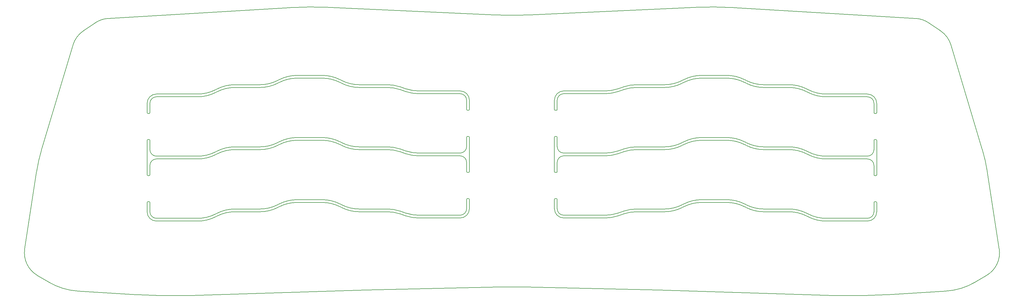
<source format=gm1>
%TF.GenerationSoftware,KiCad,Pcbnew,(6.0.7)*%
%TF.CreationDate,2022-09-18T01:02:23+03:00*%
%TF.ProjectId,teethless40_csl_pcb_schema,74656574-686c-4657-9373-34305f63736c,rev?*%
%TF.SameCoordinates,Original*%
%TF.FileFunction,Profile,NP*%
%FSLAX46Y46*%
G04 Gerber Fmt 4.6, Leading zero omitted, Abs format (unit mm)*
G04 Created by KiCad (PCBNEW (6.0.7)) date 2022-09-18 01:02:23*
%MOMM*%
%LPD*%
G01*
G04 APERTURE LIST*
%TA.AperFunction,Profile*%
%ADD10C,0.200000*%
%TD*%
G04 APERTURE END LIST*
D10*
X190738019Y-82660342D02*
G75*
G03*
X194571973Y-82031400I81J11999642D01*
G01*
X51381587Y-67412849D02*
X51381587Y-67812848D01*
X51381587Y-78762849D02*
X51381587Y-81612849D01*
X53381587Y-64562849D02*
X66019674Y-64562849D01*
X127896982Y-43284283D02*
G75*
G03*
X124063021Y-42655349I-3833982J-11371517D01*
G01*
X252410455Y-82046978D02*
G75*
G03*
X246994674Y-80755349I-5415755J-10708222D01*
G01*
X233360453Y-41939472D02*
X233902722Y-42213726D01*
X293421184Y-26169620D02*
X289794777Y-23705522D01*
X71435458Y-44221223D02*
X71977717Y-43946975D01*
X71977717Y-44796975D02*
X71435457Y-45071223D01*
X178056587Y-64460287D02*
G75*
G03*
X176056587Y-66460349I13J-2000013D01*
G01*
X77393501Y-81605366D02*
G75*
G03*
X71977719Y-82896974I-1J-12000134D01*
G01*
X273006587Y-62562849D02*
X273006587Y-62162849D01*
X110077718Y-61263724D02*
X109535457Y-60989474D01*
X175206651Y-50260349D02*
G75*
G03*
X175456587Y-50510349I249949J-51D01*
G01*
X124063020Y-80755349D02*
X115493501Y-80755349D01*
X148331551Y-47410349D02*
G75*
G03*
X146331587Y-45410349I-1999951J49D01*
G01*
X175206650Y-69310350D02*
G75*
G03*
X175456587Y-69560350I249950J-50D01*
G01*
X50781587Y-78512787D02*
G75*
G03*
X50531587Y-78762849I13J-250013D01*
G01*
X233902725Y-60413710D02*
G75*
G03*
X239318501Y-61705349I5415775J10708210D01*
G01*
X190738020Y-44560347D02*
G75*
G03*
X194571976Y-43931399I80J11999547D01*
G01*
X129816195Y-82031408D02*
G75*
G03*
X133650154Y-82660349I3834005J11371508D01*
G01*
X18233158Y-62557468D02*
G75*
G03*
X16715863Y-69283165I47899342J-14339932D01*
G01*
X156678279Y-21260037D02*
X106640806Y-18950615D01*
X115493501Y-61705349D02*
X124063020Y-61705349D01*
X239318501Y-80755349D02*
X246994674Y-80755349D01*
X178056587Y-82660349D02*
X190738019Y-82660349D01*
X252410455Y-44796978D02*
G75*
G03*
X246994673Y-43505349I-5415755J-10708222D01*
G01*
X220268501Y-40647849D02*
X227944673Y-40647849D01*
X110077718Y-42213724D02*
X109535456Y-41939474D01*
X214310455Y-60413724D02*
X214852717Y-60139474D01*
X273256587Y-59462787D02*
G75*
G03*
X273006587Y-59712850I13J-250013D01*
G01*
X96443500Y-59697865D02*
G75*
G03*
X91027717Y-60989474I0J-12000135D01*
G01*
X233902724Y-79463709D02*
G75*
G03*
X239318501Y-80755349I5415776J10708209D01*
G01*
X149181650Y-58760350D02*
G75*
G03*
X148931587Y-58510350I-250050J-50D01*
G01*
X127896971Y-81384313D02*
G75*
G03*
X124063020Y-80755349I-3834071J-11371487D01*
G01*
X127896975Y-62334298D02*
X129816200Y-62981400D01*
X91027716Y-41939475D02*
X90485458Y-42213723D01*
X148331587Y-47410349D02*
X148331587Y-50260348D01*
X214852717Y-80039475D02*
X214310457Y-80313723D01*
X110077725Y-61263710D02*
G75*
G03*
X115493501Y-62555349I5415775J10708210D01*
G01*
X220268501Y-39797855D02*
G75*
G03*
X214852717Y-41089475I-1J-12000045D01*
G01*
X233360455Y-79189478D02*
G75*
G03*
X227944673Y-77897849I-5415755J-10708222D01*
G01*
X51381587Y-62562849D02*
X51381587Y-62162848D01*
X175206587Y-80660349D02*
X175206587Y-77810348D01*
X96443501Y-78747849D02*
X104119673Y-78747849D01*
X233360457Y-79189475D02*
X233902717Y-79463723D01*
X273006587Y-67812849D02*
X273006587Y-67412849D01*
X127896979Y-62334287D02*
G75*
G03*
X124063020Y-61705349I-3833979J-11371413D01*
G01*
X220268501Y-77897855D02*
G75*
G03*
X214852717Y-79189475I-1J-12000045D01*
G01*
X31000515Y-26169619D02*
G75*
G03*
X27832751Y-30492209I4496135J-6616971D01*
G01*
X273856650Y-59712850D02*
G75*
G03*
X273606587Y-59462850I-250050J-50D01*
G01*
X71435456Y-83171224D02*
X71977719Y-82896974D01*
X208894673Y-81605349D02*
X200325153Y-81605349D01*
X233360451Y-41089476D02*
G75*
G03*
X227944673Y-39797849I-5415751J-10708224D01*
G01*
X115493501Y-42655349D02*
X124063021Y-42655349D01*
X50531651Y-70262849D02*
G75*
G03*
X50781587Y-70512849I249949J-51D01*
G01*
X110077724Y-79463709D02*
G75*
G03*
X115493501Y-80755349I5415776J10708209D01*
G01*
X306188539Y-62557469D02*
X296588949Y-30492209D01*
X96443501Y-77897855D02*
G75*
G03*
X91027717Y-79189475I-1J-12000045D01*
G01*
X53381587Y-45512849D02*
X66019674Y-45512849D01*
X273856587Y-78762850D02*
X273856587Y-81612849D01*
X233902729Y-41363712D02*
G75*
G03*
X239318501Y-42655349I5415771J10708212D01*
G01*
X258368500Y-64562849D02*
X271006587Y-64562849D01*
X149181651Y-47410349D02*
G75*
G03*
X146331587Y-44560349I-2850051J-51D01*
G01*
X273006587Y-78762850D02*
X273006587Y-81212849D01*
X217780894Y-18950615D02*
X167743422Y-21260037D01*
X175456587Y-77560348D02*
X175806587Y-77560348D01*
X252410457Y-82046974D02*
X252952719Y-82321224D01*
X63869050Y-107258904D02*
X117410850Y-105570386D01*
X252410457Y-44796975D02*
X252952717Y-45071223D01*
X148931587Y-69560287D02*
G75*
G03*
X149181587Y-69310348I13J249987D01*
G01*
X85069674Y-43505349D02*
X77393501Y-43505349D01*
X214310457Y-79463723D02*
X214852717Y-79189475D01*
X190738021Y-63610348D02*
G75*
G03*
X194571976Y-62981400I79J11999548D01*
G01*
X239318501Y-42655349D02*
X246994673Y-42655349D01*
X233360455Y-80039478D02*
G75*
G03*
X227944673Y-78747849I-5415755J-10708222D01*
G01*
X85069673Y-80755376D02*
G75*
G03*
X90485457Y-79463723I-73J12000076D01*
G01*
X208894673Y-80755376D02*
G75*
G03*
X214310457Y-79463723I-73J12000076D01*
G01*
X124063021Y-62555349D02*
X115493501Y-62555349D01*
X148331551Y-66460349D02*
G75*
G03*
X146331587Y-64460349I-1999951J49D01*
G01*
X220268501Y-78747855D02*
G75*
G03*
X214852717Y-80039475I-1J-12000045D01*
G01*
X252410457Y-43946975D02*
X252952717Y-44221223D01*
X109535455Y-60989478D02*
G75*
G03*
X104119674Y-59697849I-5415755J-10708222D01*
G01*
X233360457Y-60139474D02*
X233902718Y-60413724D01*
X77393501Y-62555354D02*
G75*
G03*
X71977717Y-63846974I-1J-12000046D01*
G01*
X175206587Y-50260349D02*
X175206587Y-47410349D01*
X233902725Y-61263710D02*
G75*
G03*
X239318501Y-62555349I5415775J10708210D01*
G01*
X252952724Y-45071209D02*
G75*
G03*
X258368501Y-46362849I5415776J10708209D01*
G01*
X220268500Y-59697865D02*
G75*
G03*
X214852717Y-60989474I0J-12000135D01*
G01*
X127896971Y-44134313D02*
G75*
G03*
X124063020Y-43505349I-3834071J-11371487D01*
G01*
X133650154Y-82660349D02*
X146331587Y-82660349D01*
X239318501Y-43505349D02*
X246994673Y-43505349D01*
X66019673Y-46362849D02*
X53381587Y-46362849D01*
X53381587Y-45512847D02*
G75*
G03*
X50531587Y-48362849I3J-2850003D01*
G01*
X273606587Y-70512787D02*
G75*
G03*
X273856587Y-70262848I13J249987D01*
G01*
X230461284Y-19036074D02*
G75*
G03*
X217780894Y-18950615I-7147784J-119787126D01*
G01*
X200325153Y-81605347D02*
G75*
G03*
X196491199Y-82234298I-53J-11999653D01*
G01*
X178056587Y-44560387D02*
G75*
G03*
X175206587Y-47410349I13J-2850013D01*
G01*
X51381651Y-62562849D02*
G75*
G03*
X53381587Y-64562849I1999949J-51D01*
G01*
X258368502Y-83612849D02*
X271006587Y-83612849D01*
X50781587Y-59462787D02*
G75*
G03*
X50531587Y-59712849I13J-250013D01*
G01*
X175456587Y-69560350D02*
X175806587Y-69560350D01*
X66019674Y-65412849D02*
X53381587Y-65412849D01*
X77393501Y-61705349D02*
X85069674Y-61705349D01*
X71977718Y-82046974D02*
X71435457Y-82321224D01*
X175456587Y-77560387D02*
G75*
G03*
X175206587Y-77810348I13J-250013D01*
G01*
X148581587Y-58510350D02*
X148931587Y-58510350D01*
X93960416Y-19036078D02*
X38646561Y-22336716D01*
X27832751Y-30492209D02*
X18233161Y-62557469D01*
X109535454Y-41939477D02*
G75*
G03*
X104119673Y-40647849I-5415754J-10708223D01*
G01*
X106640806Y-18950618D02*
G75*
G03*
X93960416Y-19036078I-5532606J-119871182D01*
G01*
X207010850Y-105570386D02*
X260552650Y-107258904D01*
X196491199Y-82234298D02*
X194571973Y-82881400D01*
X208894672Y-62555365D02*
G75*
G03*
X214310455Y-61263724I-72J12000165D01*
G01*
X175456587Y-50510349D02*
X175806587Y-50510349D01*
X146331587Y-83510349D02*
X133650154Y-83510349D01*
X246994672Y-62555349D02*
X239318501Y-62555349D01*
X273006587Y-48762849D02*
X273006587Y-51212848D01*
X51381651Y-81612849D02*
G75*
G03*
X53381587Y-83612849I1999949J-51D01*
G01*
X129816199Y-63831403D02*
G75*
G03*
X133650155Y-64460349I3834001J11371403D01*
G01*
X208894673Y-81605376D02*
G75*
G03*
X214310457Y-80313723I-73J12000076D01*
G01*
X29365483Y-105914709D02*
X47139302Y-107008483D01*
X149181587Y-58760350D02*
X149181587Y-69310348D01*
X148331552Y-69310348D02*
G75*
G03*
X148581587Y-69560348I250048J48D01*
G01*
X220268501Y-40647855D02*
G75*
G03*
X214852717Y-41939475I-1J-12000045D01*
G01*
X258368501Y-45512849D02*
X271006587Y-45512849D01*
X50531587Y-51212849D02*
X50531587Y-48362849D01*
X110077717Y-79463723D02*
X109535457Y-79189475D01*
X190738020Y-45410349D02*
X178056587Y-45410349D01*
X16715863Y-69283165D02*
X13064936Y-92977677D01*
X233902729Y-42213712D02*
G75*
G03*
X239318501Y-43505349I5415771J10708212D01*
G01*
X133650154Y-44560349D02*
X146331587Y-44560349D01*
X149181587Y-77810350D02*
X149181587Y-80660349D01*
X146331587Y-45410349D02*
X133650154Y-45410349D01*
X96443501Y-78747855D02*
G75*
G03*
X91027717Y-80039475I-1J-12000045D01*
G01*
X77393501Y-81605349D02*
X85069673Y-81605349D01*
X38646560Y-22336706D02*
G75*
G03*
X34626923Y-23705522I476540J-7985794D01*
G01*
X34626923Y-23705522D02*
X31000515Y-26169620D01*
X91027717Y-60989474D02*
X90485456Y-61263724D01*
X166227707Y-104660048D02*
X207010850Y-105570386D01*
X296588934Y-30492213D02*
G75*
G03*
X293421184Y-26169620I-7663934J-2294387D01*
G01*
X175806587Y-69560287D02*
G75*
G03*
X176056587Y-69310350I13J249987D01*
G01*
X77393501Y-61705355D02*
G75*
G03*
X71977717Y-62996975I-1J-12000045D01*
G01*
X194571976Y-43931399D02*
X196491198Y-43284299D01*
X110077724Y-80313709D02*
G75*
G03*
X115493501Y-81605349I5415776J10708209D01*
G01*
X91027717Y-79189475D02*
X90485457Y-79463723D01*
X53381587Y-65412847D02*
G75*
G03*
X51381587Y-67412849I3J-2000003D01*
G01*
X53381587Y-46362847D02*
G75*
G03*
X51381587Y-48362849I3J-2000003D01*
G01*
X200325154Y-43505343D02*
G75*
G03*
X196491198Y-44134299I-54J-11999557D01*
G01*
X271006587Y-83612887D02*
G75*
G03*
X273006587Y-81612849I13J1999987D01*
G01*
X129816195Y-43931408D02*
G75*
G03*
X133650154Y-44560349I3834005J11371508D01*
G01*
X96443501Y-58847866D02*
G75*
G03*
X91027716Y-60139475I-1J-12000134D01*
G01*
X85069673Y-62555366D02*
G75*
G03*
X90485456Y-61263724I-73J12000166D01*
G01*
X271006587Y-46362849D02*
X258368501Y-46362849D01*
X190738021Y-64460348D02*
G75*
G03*
X194571976Y-63831400I79J11999548D01*
G01*
X176056587Y-58760347D02*
X176056587Y-61210347D01*
X208894672Y-62555349D02*
X200325155Y-62555349D01*
X273256587Y-78512850D02*
X273606587Y-78512850D01*
X66019674Y-84462866D02*
G75*
G03*
X71435456Y-83171224I-74J12000166D01*
G01*
X51381551Y-59712849D02*
G75*
G03*
X51131587Y-59462849I-249951J49D01*
G01*
X148331552Y-50260348D02*
G75*
G03*
X148581587Y-50510348I250048J48D01*
G01*
X273256587Y-59462850D02*
X273606587Y-59462850D01*
X146331587Y-82660387D02*
G75*
G03*
X148331587Y-80660349I13J1999987D01*
G01*
X110077725Y-42213710D02*
G75*
G03*
X115493501Y-43505349I5415775J10708210D01*
G01*
X178056587Y-63610349D02*
X190738021Y-63610349D01*
X220268501Y-77897849D02*
X227944673Y-77897849D01*
X110077725Y-41363710D02*
G75*
G03*
X115493501Y-42655349I5415775J10708210D01*
G01*
X66019674Y-65412832D02*
G75*
G03*
X71435458Y-64121224I26J12000032D01*
G01*
X66019674Y-83612866D02*
G75*
G03*
X71435457Y-82321224I-74J12000166D01*
G01*
X194571973Y-82031400D02*
X196491199Y-81384298D01*
X227944674Y-59697849D02*
X220268500Y-59697849D01*
X273856650Y-78762850D02*
G75*
G03*
X273606587Y-78512850I-250050J-50D01*
G01*
X252952726Y-82321210D02*
G75*
G03*
X258368502Y-83612849I5415774J10708210D01*
G01*
X47139302Y-107008486D02*
G75*
G03*
X63869050Y-107258904I11055998J179661586D01*
G01*
X127896971Y-63184313D02*
G75*
G03*
X124063021Y-62555349I-3834071J-11371487D01*
G01*
X273606587Y-51462787D02*
G75*
G03*
X273856587Y-51212848I13J249987D01*
G01*
X271006587Y-84462849D02*
X258368502Y-84462849D01*
X66019674Y-64562877D02*
G75*
G03*
X71435458Y-63271223I-74J12000077D01*
G01*
X252952724Y-63271209D02*
G75*
G03*
X258368500Y-64562849I5415776J10708209D01*
G01*
X200325154Y-42655349D02*
X208894673Y-42655349D01*
X133650154Y-63610349D02*
X146331587Y-63610349D01*
X252952724Y-44221209D02*
G75*
G03*
X258368501Y-45512849I5415776J10708209D01*
G01*
X50531587Y-78762849D02*
X50531587Y-81612849D01*
X273256587Y-78512787D02*
G75*
G03*
X273006587Y-78762850I13J-250013D01*
G01*
X246994674Y-81605349D02*
X239318501Y-81605349D01*
X252952719Y-83171224D02*
X252410457Y-82896974D01*
X127896977Y-43284299D02*
X129816198Y-43931399D01*
X200325153Y-80755349D02*
X208894673Y-80755349D01*
X239318501Y-61705349D02*
X246994672Y-61705349D01*
X252410455Y-82896978D02*
G75*
G03*
X246994674Y-81605349I-5415755J-10708222D01*
G01*
X51131587Y-59462849D02*
X50781587Y-59462849D01*
X252410453Y-62996977D02*
G75*
G03*
X246994672Y-61705349I-5415753J-10708223D01*
G01*
X109535457Y-80039475D02*
X110077717Y-80313723D01*
X233902718Y-61263724D02*
X233360457Y-60989474D01*
X252410455Y-62996974D02*
X252952717Y-63271224D01*
X200325155Y-62555348D02*
G75*
G03*
X196491200Y-63184298I-55J-11999652D01*
G01*
X233902724Y-80313709D02*
G75*
G03*
X239318501Y-81605349I5415776J10708209D01*
G01*
X252952726Y-83171210D02*
G75*
G03*
X258368502Y-84462849I5415774J10708210D01*
G01*
X233360451Y-41939476D02*
G75*
G03*
X227944673Y-40647849I-5415751J-10708224D01*
G01*
X273006551Y-67412849D02*
G75*
G03*
X271006587Y-65412849I-1999951J49D01*
G01*
X104119674Y-59697849D02*
X96443500Y-59697849D01*
X307705839Y-69283166D02*
G75*
G03*
X306188539Y-62557469I-49417839J-7614534D01*
G01*
X176056587Y-66460349D02*
X176056587Y-66860350D01*
X85069674Y-42655366D02*
G75*
G03*
X90485459Y-41363723I-74J12000166D01*
G01*
X53381587Y-83612849D02*
X66019674Y-83612849D01*
X190738019Y-83510342D02*
G75*
G03*
X194571973Y-82881400I81J11999642D01*
G01*
X129816200Y-63831400D02*
X127896976Y-63184298D01*
X260552650Y-107258906D02*
G75*
G03*
X277282398Y-107008483I5673750J179908306D01*
G01*
X175806587Y-50510387D02*
G75*
G03*
X176056587Y-50260349I13J249987D01*
G01*
X85069674Y-61705377D02*
G75*
G03*
X90485458Y-60413723I-74J12000077D01*
G01*
X96443501Y-58847849D02*
X104119674Y-58847849D01*
X208894673Y-43505376D02*
G75*
G03*
X214310457Y-42213723I-73J12000076D01*
G01*
X77393501Y-80755366D02*
G75*
G03*
X71977718Y-82046974I-1J-12000134D01*
G01*
X194571976Y-62981400D02*
X196491200Y-62334298D01*
X104119673Y-40647849D02*
X96443501Y-40647849D01*
X51381587Y-67812848D02*
X51381587Y-70262849D01*
X66019674Y-45512877D02*
G75*
G03*
X71435458Y-44221223I-74J12000077D01*
G01*
X16888611Y-101075571D02*
X20386384Y-103151485D01*
X220268501Y-39797849D02*
X227944673Y-39797849D01*
X196491200Y-63184298D02*
X194571976Y-63831400D01*
X273256587Y-51462848D02*
X273606587Y-51462848D01*
X220268500Y-58847849D02*
X227944674Y-58847849D01*
X149181587Y-50260348D02*
X149181587Y-47410349D01*
X156678279Y-21260037D02*
G75*
G03*
X167743422Y-21260037I5532572J119873141D01*
G01*
X124063020Y-43505349D02*
X115493501Y-43505349D01*
X127896976Y-82234299D02*
X129816198Y-82881399D01*
X85069673Y-80755349D02*
X77393501Y-80755349D01*
X214852717Y-60989474D02*
X214310455Y-61263724D01*
X214310457Y-42213723D02*
X214852717Y-41939475D01*
X146331587Y-63610387D02*
G75*
G03*
X148331587Y-61610349I13J1999987D01*
G01*
X50531651Y-51212849D02*
G75*
G03*
X50781587Y-51462849I249949J-51D01*
G01*
X271006587Y-64562887D02*
G75*
G03*
X273006587Y-62562849I13J1999987D01*
G01*
X85069673Y-81605376D02*
G75*
G03*
X90485457Y-80313723I-73J12000076D01*
G01*
X200325155Y-61705348D02*
G75*
G03*
X196491200Y-62334298I-55J-11999652D01*
G01*
X13064932Y-92977676D02*
G75*
G03*
X16888611Y-101075571I7906698J-1218284D01*
G01*
X51381587Y-59712849D02*
X51381587Y-62162848D01*
X273256587Y-70512848D02*
X273606587Y-70512848D01*
X51131587Y-51462887D02*
G75*
G03*
X51381587Y-51212849I13J249987D01*
G01*
X176056587Y-66860350D02*
X176056587Y-69310350D01*
X51131587Y-51462849D02*
X50781587Y-51462849D01*
X178056587Y-44560349D02*
X190738020Y-44560349D01*
X304035314Y-103151486D02*
X307533089Y-101075571D01*
X90485459Y-41363723D02*
X91027717Y-41089475D01*
X109535455Y-60139478D02*
G75*
G03*
X104119674Y-58847849I-5415755J-10708222D01*
G01*
X273006552Y-51212848D02*
G75*
G03*
X273256587Y-51462848I250048J48D01*
G01*
X175206587Y-69310350D02*
X175206587Y-58760347D01*
X146331587Y-83510287D02*
G75*
G03*
X149181587Y-80660349I13J2849987D01*
G01*
X233360453Y-41089472D02*
X233902722Y-41363726D01*
X176056651Y-80660349D02*
G75*
G03*
X178056587Y-82660349I1999949J-51D01*
G01*
X200325153Y-80755347D02*
G75*
G03*
X196491199Y-81384298I-53J-11999653D01*
G01*
X252952717Y-64121224D02*
X252410455Y-63846974D01*
X66019674Y-84462849D02*
X53381587Y-84462849D01*
X220268500Y-58847865D02*
G75*
G03*
X214852717Y-60139474I0J-12000135D01*
G01*
X176056553Y-58760347D02*
G75*
G03*
X175806587Y-58510347I-249953J47D01*
G01*
X129816195Y-82881408D02*
G75*
G03*
X133650154Y-83510349I3834005J11371508D01*
G01*
X273006587Y-67812849D02*
X273006587Y-70262848D01*
X85069673Y-62555349D02*
X77393501Y-62555349D01*
X271006587Y-65412849D02*
X258368500Y-65412849D01*
X233902717Y-80313723D02*
X233360457Y-80039475D01*
X71435458Y-63271223D02*
X71977717Y-62996975D01*
X273006587Y-48362849D02*
X273006587Y-48762849D01*
X77393501Y-42655355D02*
G75*
G03*
X71977717Y-43946975I-1J-12000045D01*
G01*
X51131587Y-78512849D02*
X50781587Y-78512849D01*
X66019673Y-46362876D02*
G75*
G03*
X71435457Y-45071223I-73J12000076D01*
G01*
X273856587Y-59712850D02*
X273856587Y-70262848D01*
X176056552Y-77810348D02*
G75*
G03*
X175806587Y-77560348I-249952J48D01*
G01*
X77393501Y-43505355D02*
G75*
G03*
X71977717Y-44796975I-1J-12000045D01*
G01*
X252410455Y-43946978D02*
G75*
G03*
X246994673Y-42655349I-5415755J-10708222D01*
G01*
X295056218Y-105914729D02*
G75*
G03*
X304035314Y-103151486I-1228418J19962029D01*
G01*
X194571976Y-44781399D02*
X196491198Y-44134299D01*
X311356763Y-92977677D02*
X307705837Y-69283166D01*
X175456587Y-58510347D02*
X175806587Y-58510347D01*
X96443501Y-40647866D02*
G75*
G03*
X91027716Y-41939475I-1J-12000134D01*
G01*
X176056587Y-47810350D02*
X176056587Y-47410349D01*
X50531551Y-81612849D02*
G75*
G03*
X53381587Y-84462849I2850049J49D01*
G01*
X208894672Y-61705365D02*
G75*
G03*
X214310455Y-60413724I-72J12000165D01*
G01*
X51381587Y-48362849D02*
X51381587Y-51212849D01*
X85069674Y-43505377D02*
G75*
G03*
X90485458Y-42213723I-74J12000077D01*
G01*
X273856651Y-48362849D02*
G75*
G03*
X271006587Y-45512849I-2850051J-51D01*
G01*
X129816198Y-44781399D02*
X127896976Y-44134299D01*
X190738021Y-64460349D02*
X178056587Y-64460349D01*
X285775139Y-22336716D02*
X230461284Y-19036078D01*
X227944673Y-78747849D02*
X220268501Y-78747849D01*
X51381551Y-78762849D02*
G75*
G03*
X51131587Y-78512849I-249951J49D01*
G01*
X208894673Y-42655376D02*
G75*
G03*
X214310457Y-41363723I-73J12000076D01*
G01*
X146331587Y-64460349D02*
X133650155Y-64460349D01*
X148581587Y-58510287D02*
G75*
G03*
X148331587Y-58760350I13J-250013D01*
G01*
X20386386Y-103151482D02*
G75*
G03*
X29365483Y-105914709I10207554J17199032D01*
G01*
X176056587Y-77810348D02*
X176056587Y-80260350D01*
X90485458Y-60413723D02*
X91027716Y-60139475D01*
X127896971Y-82234313D02*
G75*
G03*
X124063020Y-81605349I-3834071J-11371487D01*
G01*
X129816198Y-82031399D02*
X127896976Y-81384299D01*
X109535455Y-79189478D02*
G75*
G03*
X104119673Y-77897849I-5415755J-10708222D01*
G01*
X129816199Y-62981403D02*
G75*
G03*
X133650154Y-63610349I3834001J11371403D01*
G01*
X214310457Y-41363723D02*
X214852717Y-41089475D01*
X129816195Y-44781408D02*
G75*
G03*
X133650154Y-45410349I3834005J11371508D01*
G01*
X271006587Y-84462787D02*
G75*
G03*
X273856587Y-81612849I13J2849987D01*
G01*
X307533100Y-101075589D02*
G75*
G03*
X311356763Y-92977677I-4083000J6879589D01*
G01*
X109535455Y-80039478D02*
G75*
G03*
X104119673Y-78747849I-5415755J-10708222D01*
G01*
X96443501Y-39797849D02*
X104119674Y-39797849D01*
X176056651Y-61610349D02*
G75*
G03*
X178056587Y-63610349I1999949J-51D01*
G01*
X190738019Y-83510349D02*
X178056587Y-83510349D01*
X200325154Y-42655343D02*
G75*
G03*
X196491198Y-43284299I-54J-11999557D01*
G01*
X273856587Y-48362849D02*
X273856587Y-51212848D01*
X175456587Y-58510387D02*
G75*
G03*
X175206587Y-58760347I13J-250013D01*
G01*
X148581587Y-50510348D02*
X148931587Y-50510348D01*
X51131587Y-70512849D02*
X50781587Y-70512849D01*
X115493501Y-81605349D02*
X124063020Y-81605349D01*
X273006552Y-70262848D02*
G75*
G03*
X273256587Y-70512848I250048J48D01*
G01*
X200325154Y-43505349D02*
X208894673Y-43505349D01*
X148331587Y-66860349D02*
X148331587Y-69310348D01*
X71977717Y-63846974D02*
X71435458Y-64121224D01*
X233360455Y-60989478D02*
G75*
G03*
X227944674Y-59697849I-5415755J-10708222D01*
G01*
X252952724Y-64121209D02*
G75*
G03*
X258368500Y-65412849I5415776J10708209D01*
G01*
X110077725Y-60413710D02*
G75*
G03*
X115493501Y-61705349I5415775J10708210D01*
G01*
X277282398Y-107008483D02*
X295056217Y-105914709D01*
X176056587Y-47810350D02*
X176056587Y-50260349D01*
X176056587Y-80660349D02*
X176056587Y-80260350D01*
X233360455Y-60139478D02*
G75*
G03*
X227944674Y-58847849I-5415755J-10708222D01*
G01*
X148581587Y-77560350D02*
X148931587Y-77560350D01*
X252410453Y-63846977D02*
G75*
G03*
X246994672Y-62555349I-5415753J-10708223D01*
G01*
X148331587Y-77810350D02*
X148331587Y-80660349D01*
X273006551Y-48362849D02*
G75*
G03*
X271006587Y-46362849I-1999951J49D01*
G01*
X109535455Y-41089478D02*
G75*
G03*
X104119674Y-39797849I-5415755J-10708222D01*
G01*
X289794780Y-23705518D02*
G75*
G03*
X285775139Y-22336716I-4496080J-6616782D01*
G01*
X51131587Y-70512887D02*
G75*
G03*
X51381587Y-70262849I13J249987D01*
G01*
X104119673Y-77897849D02*
X96443501Y-77897849D01*
X148581587Y-77560287D02*
G75*
G03*
X148331587Y-77810350I13J-250013D01*
G01*
X273006587Y-59712850D02*
X273006587Y-62162849D01*
X148931587Y-50510287D02*
G75*
G03*
X149181587Y-50260348I13J249987D01*
G01*
X176056587Y-61210347D02*
X176056587Y-61610349D01*
X148331587Y-58760350D02*
X148331587Y-61610349D01*
X148331587Y-66460349D02*
X148331587Y-66860349D01*
X200325155Y-61705349D02*
X208894672Y-61705349D01*
X96443501Y-39797855D02*
G75*
G03*
X91027717Y-41089475I-1J-12000045D01*
G01*
X90485457Y-80313723D02*
X91027717Y-80039475D01*
X109535457Y-41089474D02*
X110077718Y-41363724D01*
X273006587Y-81612849D02*
X273006587Y-81212849D01*
X149181650Y-77810350D02*
G75*
G03*
X148931587Y-77560350I-250050J-50D01*
G01*
X109535457Y-60139474D02*
X110077718Y-60413724D01*
X77393501Y-42655349D02*
X85069674Y-42655349D01*
X166227707Y-104660048D02*
G75*
G03*
X158193993Y-104660048I-4016857J-179956842D01*
G01*
X175206551Y-80660349D02*
G75*
G03*
X178056587Y-83510349I2850049J49D01*
G01*
X148581587Y-69560348D02*
X148931587Y-69560348D01*
X190738020Y-45410347D02*
G75*
G03*
X194571976Y-44781399I80J11999547D01*
G01*
X178056587Y-45410287D02*
G75*
G03*
X176056587Y-47410349I13J-2000013D01*
G01*
X50531587Y-59712849D02*
X50531587Y-70262849D01*
X117410850Y-105570386D02*
X158193993Y-104660048D01*
M02*

</source>
